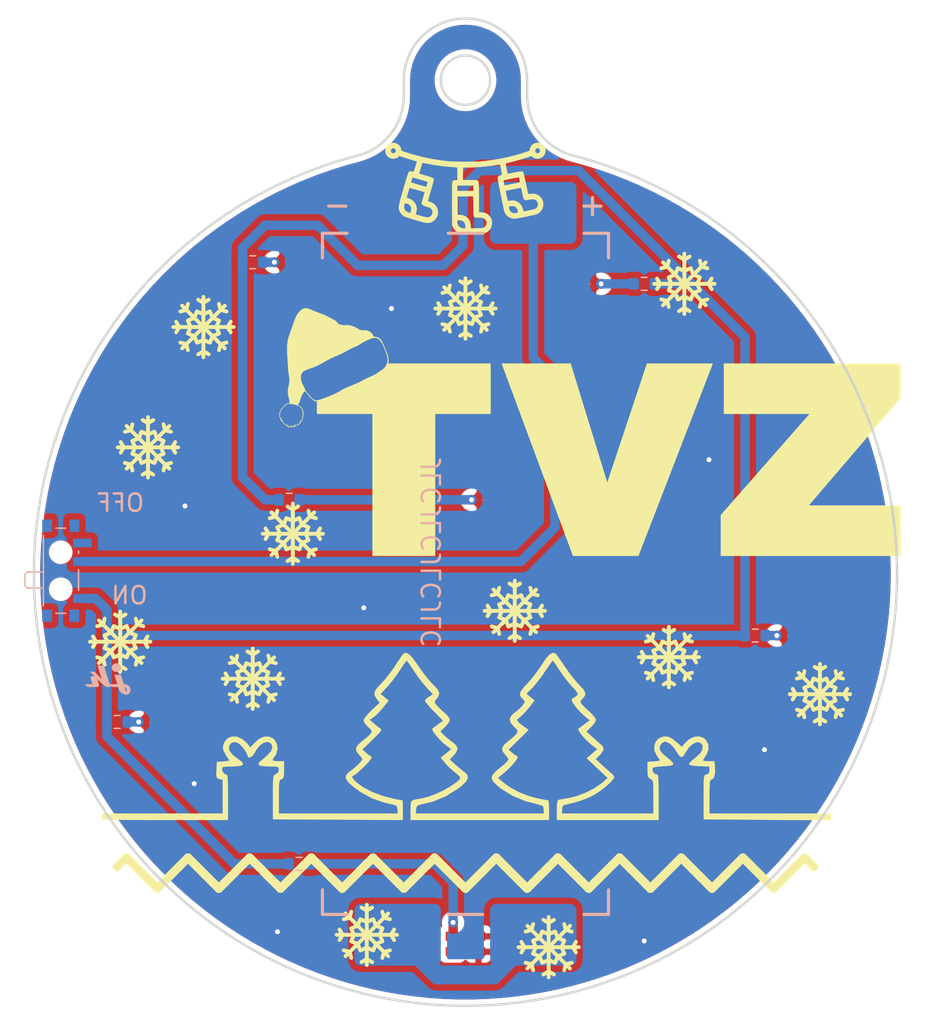
<source format=kicad_pcb>
(kicad_pcb (version 20211014) (generator pcbnew)
  (layers (0 "F.Cu" signal) (31 "B.Cu" signal) (34 "B.Paste" user) (35 "F.Paste" user) (36 "B.SilkS" user "B.Silkscreen") (37 "F.SilkS" user "F.Silkscreen") (38 "B.Mask" user) (39 "F.Mask" user) (44 "Edge.Cuts" user))
  (net 0 "")
  (net 1 "Net-(R2-Pad1)")
  (net 3 "VCC")
  (net 4 "GND")
  (net 5 "Net-(D2-Pad1)")
  (net 6 "Net-(D3-Pad1)")
  (net 7 "Net-(D5-Pad1)")
  (net 8 "Net-(D7-Pad1)")
  (net 9 "Net-(D8-Pad1)")
  (net 10 "Net-(D11-Pad1)")
  (net 11 "unconnected-(BT1-Pad2)")
  (footprint "TVZ_kuglica:ukras3" (layer "F.Cu") (at 137 68.75)
    (fp_text reference "G***" hide)
    (fp_text value "LOGO" hide)
  )
  (footprint "TVZ_kuglica:LED-0807" (layer "F.Cu") (at 146 76.5 180)
    (fp_text reference "D3" hide)
    (fp_text value "RGB")
    (pad "1" smd rect locked (at -1.05 -0.625 180) (size 1.1 0.75) (layers "F.Cu" "F.Paste" "F.Mask") (net 6 "Net-(D3-Pad1)"))
    (pad "1" smd rect locked (at -1.05 0.625 180) (size 1.1 0.75) (layers "F.Cu" "F.Paste" "F.Mask") (net 6 "Net-(D3-Pad1)"))
    (pad "2" smd rect locked (at 1.05 0.625 180) (size 1.1 0.75) (layers "F.Cu" "F.Paste" "F.Mask") (net 4 "GND"))
    (pad "2" smd rect locked (at 1.05 -0.625 180) (size 1.1 0.75) (layers "F.Cu" "F.Paste" "F.Mask") (net 4 "GND"))
  )
  (footprint "TVZ_kuglica:LED-0807" (layer "F.Cu") (at 112.5 112)
    (fp_text reference "D5" hide)
    (fp_text value "RGB")
    (pad "1" smd rect locked (at -1.05 -0.625) (size 1.1 0.75) (layers "F.Cu" "F.Paste" "F.Mask") (net 7 "Net-(D5-Pad1)"))
    (pad "1" smd rect locked (at -1.05 0.625) (size 1.1 0.75) (layers "F.Cu" "F.Paste" "F.Mask") (net 7 "Net-(D5-Pad1)"))
    (pad "2" smd rect locked (at 1.05 -0.625) (size 1.1 0.75) (layers "F.Cu" "F.Paste" "F.Mask") (net 4 "GND"))
    (pad "2" smd rect locked (at 1.05 0.625) (size 1.1 0.75) (layers "F.Cu" "F.Paste" "F.Mask") (net 4 "GND"))
  )
  (footprint "TVZ_kuglica:LED-0807" (layer "F.Cu") (at 164.25 105)
    (fp_text reference "D8" hide)
    (fp_text value "RGB")
    (pad "1" smd rect locked (at -1.05 0.625) (size 1.1 0.75) (layers "F.Cu" "F.Paste" "F.Mask") (net 9 "Net-(D8-Pad1)"))
    (pad "1" smd rect locked (at -1.05 -0.625) (size 1.1 0.75) (layers "F.Cu" "F.Paste" "F.Mask") (net 9 "Net-(D8-Pad1)"))
    (pad "2" smd rect locked (at 1.05 -0.625) (size 1.1 0.75) (layers "F.Cu" "F.Paste" "F.Mask") (net 4 "GND"))
    (pad "2" smd rect locked (at 1.05 0.625) (size 1.1 0.75) (layers "F.Cu" "F.Paste" "F.Mask") (net 4 "GND"))
  )
  (footprint "TVZ_kuglica:ukras1" (layer "F.Cu") (at 153.5 106.75)
    (fp_text reference "G***" hide)
    (fp_text value "LOGO" hide)
  )
  (footprint "TVZ_kuglica:LED-0807" (layer "F.Cu") (at 123.5 74.75)
    (fp_text reference "D2" hide)
    (fp_text value "RGB")
    (pad "1" smd rect locked (at -1.05 0.625) (size 1.1 0.75) (layers "F.Cu" "F.Paste" "F.Mask") (net 5 "Net-(D2-Pad1)"))
    (pad "1" smd rect locked (at -1.05 -0.625) (size 1.1 0.75) (layers "F.Cu" "F.Paste" "F.Mask") (net 5 "Net-(D2-Pad1)"))
    (pad "2" smd rect locked (at 1.05 -0.625) (size 1.1 0.75) (layers "F.Cu" "F.Paste" "F.Mask") (net 4 "GND"))
    (pad "2" smd rect locked (at 1.05 0.625) (size 1.1 0.75) (layers "F.Cu" "F.Paste" "F.Mask") (net 4 "GND"))
  )
  (footprint "TVZ_kuglica:test1" (layer "F.Cu") (at 137 112.75)
    (fp_text reference "G***" hide)
    (fp_text value "LOGO" hide)
  )
  (footprint "TVZ_kuglica:ukras1" (layer "F.Cu") (at 109 105.5)
    (fp_text reference "G***" hide)
    (fp_text value "LOGO" hide)
  )
  (footprint "TVZ_kuglica:LED-0807" (layer "F.Cu") (at 137 130)
    (fp_text reference "D7" hide)
    (fp_text value "RGB")
    (pad "1" smd rect locked (at -1.05 -0.625) (size 1.1 0.75) (layers "F.Cu" "F.Paste" "F.Mask") (net 8 "Net-(D7-Pad1)"))
    (pad "1" smd rect locked (at -1.05 0.625) (size 1.1 0.75) (layers "F.Cu" "F.Paste" "F.Mask") (net 8 "Net-(D7-Pad1)"))
    (pad "2" smd rect locked (at 1.05 0.625) (size 1.1 0.75) (layers "F.Cu" "F.Paste" "F.Mask") (net 4 "GND"))
    (pad "2" smd rect locked (at 1.05 -0.625) (size 1.1 0.75) (layers "F.Cu" "F.Paste" "F.Mask") (net 4 "GND"))
  )
  (footprint "TVZ_kuglica:ukras1" (layer "F.Cu") (at 143.75 130.25)
    (fp_text reference "G***" hide)
    (fp_text value "LOGO" hide)
  )
  (footprint "TVZ_kuglica:ukras1" (layer "F.Cu") (at 165.75 109.75)
    (fp_text reference "G***" hide)
    (fp_text value "LOGO" hide)
  )
  (footprint "TVZ_kuglica:LED-0807" (layer "F.Cu") (at 139.5 94)
    (fp_text reference "D11" hide)
    (fp_text value "RGB")
    (pad "1" smd rect locked (at -1.05 -0.625) (size 1.1 0.75) (layers "F.Cu" "F.Paste" "F.Mask") (net 10 "Net-(D11-Pad1)"))
    (pad "1" smd rect locked (at -1.05 0.625) (size 1.1 0.75) (layers "F.Cu" "F.Paste" "F.Mask") (net 10 "Net-(D11-Pad1)"))
    (pad "2" smd rect locked (at 1.05 0.625) (size 1.1 0.75) (layers "F.Cu" "F.Paste" "F.Mask") (net 4 "GND"))
    (pad "2" smd rect locked (at 1.05 -0.625) (size 1.1 0.75) (layers "F.Cu" "F.Paste" "F.Mask") (net 4 "GND"))
  )
  (footprint "TVZ_kuglica:ukras1" (layer "F.Cu") (at 154.75 76.5)
    (fp_text reference "G***" hide)
    (fp_text value "LOGO" hide)
  )
  (footprint "TVZ_kuglica:ukras1" (layer "F.Cu") (at 115.75 80)
    (fp_text reference "G***" hide)
    (fp_text value "LOGO" hide)
  )
  (footprint "TVZ_kuglica:kapa_1" (layer "F.Cu") (at 125.25 82.5 25)
    (fp_text reference "G***" hide)
    (fp_text value "LOGO" hide)
  )
  (footprint "TVZ_kuglica:ukras1" (layer "F.Cu") (at 137 78.5)
    (fp_text reference "G***" hide)
    (fp_text value "LOGO" hide)
  )
  (footprint "TVZ_kuglica:ukras1" (layer "F.Cu") (at 123 96.75)
    (fp_text reference "G***" hide)
    (fp_text value "LOGO" hide)
  )
  (footprint "TVZ_kuglica:ukras1" (layer "F.Cu") (at 141 103)
    (fp_text reference "G***" hide)
    (fp_text value "LOGO" hide)
  )
  (footprint "TVZ_kuglica:ukras1" (layer "F.Cu") (at 129 129.25)
    (fp_text reference "G***" hide)
    (fp_text value "LOGO" hide)
  )
  (footprint "TVZ_kuglica:ukras1" (layer "F.Cu") (at 119.75 108.5)
    (fp_text reference "G***" hide)
    (fp_text value "LOGO" hide)
  )
  (footprint "TVZ_kuglica:ukras1" (layer "F.Cu") (at 111.25 89.75)
    (fp_text reference "G***" hide)
    (fp_text value "LOGO" hide)
  )
  (footprint "Button_Switch_SMD:SW_SPDT_PCM12" (layer "B.Cu") (at 104.5 99.75 90)
    (fp_text reference "SW1" hide)
    (fp_text value "SW_SPDT")
    (pad "" np_thru_hole circle locked (at 1.5 -0.33 90) (size 0.9 0.9) (drill 0.9) (layers *.Cu *.Mask))
    (pad "" np_thru_hole circle locked (at -1.5 -0.33 90) (size 0.9 0.9) (drill 0.9) (layers *.Cu *.Mask))
    (pad "" smd rect locked (at -3.65 0.78 90) (size 1 0.8) (layers "B.Cu" "B.Paste" "B.Mask"))
    (pad "" smd rect locked (at 3.65 0.78 90) (size 1 0.8) (layers "B.Cu" "B.Paste" "B.Mask"))
    (pad "" smd rect locked (at 3.65 -1.43 90) (size 1 0.8) (layers "B.Cu" "B.Paste" "B.Mask"))
    (pad "" smd rect locked (at -3.65 -1.43 90) (size 1 0.8) (layers "B.Cu" "B.Paste" "B.Mask"))
    (pad "1" smd rect locked (at -2.25 1.43 90) (size 0.7 1.5) (layers "B.Cu" "B.Paste" "B.Mask") (net 1 "Net-(R2-Pad1)"))
    (pad "2" smd rect locked (at 0.75 1.43 90) (size 0.7 1.5) (layers "B.Cu" "B.Paste" "B.Mask") (net 3 "VCC"))
    (pad "3" smd rect locked (at 2.25 1.43 90) (size 0.7 1.5) (layers "B.Cu" "B.Paste" "B.Mask"))
  )
  (footprint "TVZ_kuglica:logo" (layer "B.Cu") (at 107.95 108.45 180)
    (fp_text reference "G***" hide)
    (fp_text value "LOGO" hide)
  )
  (footprint "Resistor_SMD:R_0603_1608Metric" (layer "B.Cu") (at 119.75 74.75)
    (fp_text reference "R2" hide)
    (fp_text value "2k")
    (pad "1" smd roundrect locked (at -0.825 0) (size 0.8 0.95) (layers "B.Cu" "B.Paste" "B.Mask") (net 1 "Net-(R2-Pad1)"))
    (pad "2" smd roundrect locked (at 0.825 0) (size 0.8 0.95) (layers "B.Cu" "B.Paste" "B.Mask") (net 5 "Net-(D2-Pad1)"))
  )
  (footprint "Resistor_SMD:R_0603_1608Metric" (layer "B.Cu") (at 151.5 76.5 180)
    (fp_text reference "R3" hide)
    (fp_text value "2k")
    (pad "1" smd roundrect locked (at -0.825 0 180) (size 0.8 0.95) (layers "B.Cu" "B.Paste" "B.Mask") (net 1 "Net-(R2-Pad1)"))
    (pad "2" smd roundrect locked (at 0.825 0 180) (size 0.8 0.95) (layers "B.Cu" "B.Paste" "B.Mask") (net 6 "Net-(D3-Pad1)"))
  )
  (footprint "Resistor_SMD:R_0603_1608Metric" (layer "B.Cu") (at 108.75 112)
    (fp_text reference "R5" hide)
    (fp_text value "2k")
    (pad "1" smd roundrect locked (at -0.825 0) (size 0.8 0.95) (layers "B.Cu" "B.Paste" "B.Mask") (net 1 "Net-(R2-Pad1)"))
    (pad "2" smd roundrect locked (at 0.825 0) (size 0.8 0.95) (layers "B.Cu" "B.Paste" "B.Mask") (net 7 "Net-(D5-Pad1)"))
  )
  (footprint "Resistor_SMD:R_0603_1608Metric" (layer "B.Cu") (at 123.5 123.5)
    (fp_text reference "R6" hide)
    (fp_text value "2k")
    (pad "1" smd roundrect locked (at -0.825 0) (size 0.8 0.95) (layers "B.Cu" "B.Paste" "B.Mask") (net 1 "Net-(R2-Pad1)"))
    (pad "2" smd roundrect locked (at 0.825 0) (size 0.8 0.95) (layers "B.Cu" "B.Paste" "B.Mask") (net 8 "Net-(D7-Pad1)"))
  )
  (footprint "Resistor_SMD:R_0603_1608Metric" (layer "B.Cu") (at 160.5 105)
    (fp_text reference "R7" hide)
    (fp_text value "2k")
    (pad "1" smd roundrect locked (at -0.825 0) (size 0.8 0.95) (layers "B.Cu" "B.Paste" "B.Mask") (net 1 "Net-(R2-Pad1)"))
    (pad "2" smd roundrect locked (at 0.825 0) (size 0.8 0.95) (layers "B.Cu" "B.Paste" "B.Mask") (net 9 "Net-(D8-Pad1)"))
  )
  (footprint "Resistor_SMD:R_0603_1608Metric" (layer "B.Cu") (at 122.7 94)
    (fp_text reference "R8" hide)
    (fp_text value "2k")
    (pad "1" smd roundrect locked (at -0.825 0) (size 0.8 0.95) (layers "B.Cu" "B.Paste" "B.Mask") (net 1 "Net-(R2-Pad1)"))
    (pad "2" smd roundrect locked (at 0.825 0) (size 0.8 0.95) (layers "B.Cu" "B.Paste" "B.Mask") (net 10 "Net-(D11-Pad1)"))
  )
  (footprint "TVZ_kuglica:2xAAA-422-SMT" (layer "B.Cu") (at 137 100 180)
    (fp_text reference "BT1" hide)
    (fp_text value "Battery")
    (pad "1" smd roundrect (at -5.5 29.25 180) (size 7 5) (layers "B.Cu" "B.Paste" "B.Mask") (roundrect_rratio 0.1) (net 3 "VCC"))
    (pad "2" smd roundrect (at 5.5 -29.25 180) (size 7 5) (layers "B.Cu" "B.Paste" "B.Mask") (roundrect_rratio 0.1) (net 11 "unconnected-(BT1-Pad2)"))
    (pad "2" smd roundrect (at -5.5 -29.25 180) (size 7 5) (layers "B.Cu" "B.Paste" "B.Mask") (roundrect_rratio 0.1) (net 11 "unconnected-(BT1-Pad2)"))
    (pad "3" smd roundrect (at 5.5 29.25 180) (size 7 5) (layers "B.Cu" "B.Paste" "B.Mask") (roundrect_rratio 0.1) (net 4 "GND"))
  )
  (gr_line (start 144.5 123) (end 142 125.5) (layer "F.SilkS") (width 0.7))
  (gr_line (start 122 125.5) (end 119.5 123) (layer "F.SilkS") (width 0.7))
  (gr_line (start 142 125.5) (end 139.5 123) (layer "F.SilkS") (width 0.7))
  (gr_line (start 127 125.5) (end 124.5 123) (layer "F.SilkS") (width 0.7))
  (gr_line (start 114.5 123) (end 112 125.5) (layer "F.SilkS") (width 0.7))
  (gr_line (start 157 125.5) (end 154.5 123) (layer "F.SilkS") (width 0.7))
  (gr_line (start 139.5 123) (end 137 125.5) (layer "F.SilkS") (width 0.7))
  (gr_line (start 154.5 123) (end 152 125.5) (layer "F.SilkS") (width 0.7))
  (gr_line (start 164.5 123) (end 162 125.5) (layer "F.SilkS") (width 0.7))
  (gr_line (start 134.5 123) (end 132 125.5) (layer "F.SilkS") (width 0.7))
  (gr_line (start 159.5 123) (end 157 125.5) (layer "F.SilkS") (width 0.7))
  (gr_line (start 129.5 123) (end 127 125.5) (layer "F.SilkS") (width 0.7))
  (gr_line (start 124.5 123) (end 122 125.5) (layer "F.SilkS") (width 0.7))
  (gr_line (start 132 125.5) (end 129.5 123) (layer "F.SilkS") (width 0.7))
  (gr_line (start 162 125.5) (end 159.5 123) (layer "F.SilkS") (width 0.7))
  (gr_line (start 147 125.5) (end 144.5 123) (layer "F.SilkS") (width 0.7))
  (gr_line (start 149.5 123) (end 147 125.5) (layer "F.SilkS") (width 0.7))
  (gr_line (start 165.25 123.75) (end 164.5 123) (layer "F.SilkS") (width 0.7))
  (gr_line (start 109.5 123) (end 108.75 123.75) (layer "F.SilkS") (width 0.7))
  (gr_line (start 112 125.5) (end 109.5 123) (layer "F.SilkS") (width 0.7))
  (gr_line (start 137 125.5) (end 134.5 123) (layer "F.SilkS") (width 0.7))
  (gr_line (start 117 125.5) (end 114.5 123) (layer "F.SilkS") (width 0.7))
  (gr_line (start 119.5 123) (end 117 125.5) (layer "F.SilkS") (width 0.7))
  (gr_line (start 152 125.5) (end 149.5 123) (layer "F.SilkS") (width 0.7))
  (gr_poly (pts (xy 111.05 119.95) (xy 107.53 119.93) (xy 107.525 119.41) (xy 111.035 119.41)) (layer "F.SilkS") (width 0.001) (fill solid))
  (gr_poly (pts (xy 148.5 92.75) (xy 151.75 83) (xy 157 83) (xy 151 98.5) (xy 145.75 98.5) (xy 140 83) (xy 145.5 83)) (layer "F.SilkS") (width 0.1) (fill solid))
  (gr_poly (pts (xy 139 87) (xy 134.5 87) (xy 134.5 98.5) (xy 129.5 98.5) (xy 129.5 87) (xy 125 87) (xy 125 86) (xy 125.83 85.74) (xy 126.66 85.36) (xy 127.28 85.02) (xy 128.62 84.43) (xy 129.94 83.77) (xy 130.55 83.31) (xy 130.75 83) (xy 139 83)) (layer "F.SilkS") (width 0.1) (fill solid))
  (gr_poly (pts (xy 166.66 119.97) (xy 163.14 119.95) (xy 163.13 119.42) (xy 166.64 119.42)) (layer "F.SilkS") (width 0.01) (fill solid))
  (gr_poly (pts (xy 172.25 85.75) (xy 164.75 94.5) (xy 172.25 94.5) (xy 172.25 98.5) (xy 157.75 98.5) (xy 157.75 95.25) (xy 165 87) (xy 158 87) (xy 158 83) (xy 172.25 83)) (layer "F.SilkS") (width 0.1) (fill solid))
  (gr_arc (start 132 60) (mid 137 55) (end 142 60) (layer "Edge.Cuts") (width 0.2))
  (gr_arc (start 145.75 66.111396) (mid 143.047153 64.332029) (end 142 61.270167) (layer "Edge.Cuts") (width 0.2))
  (gr_arc (start 131.999999 61.270167) (mid 130.952846 64.332029) (end 128.249999 66.111396) (layer "Edge.Cuts") (width 0.2))
  (gr_line (start 142 60) (end 142 61.270167) (layer "Edge.Cuts") (width 0.2))
  (gr_arc (start 145.749999 66.111395) (mid 137.000003 135) (end 128.249999 66.111396) (layer "Edge.Cuts") (width 0.2))
  (gr_line (start 132 61.270167) (end 132 60) (layer "Edge.Cuts") (width 0.2))
  (gr_circle (center 137 60) (end 139 60) (layer "Edge.Cuts") (width 0.2) (fill none))
  (gr_text "OFF" (at 109 94.25) (layer "B.SilkS") (effects (font (size 1.4 1.4) (thickness 0.2)) (justify mirror)))
  (gr_text "ON" (at 109.75 101.75) (layer "B.SilkS") (effects (font (size 1.4 1.4) (thickness 0.2)) (justify mirror)))
  (gr_text "JLCJLCJLCJLC" (at 134.25 98.25 90) (layer "B.SilkS") (effects (font (size 1.5 1.5) (thickness 0.2)) (justify mirror)))
  (segment (start 118.925 74.75) (end 118.925 92.175) (width 0.762) (layer "B.Cu") (net 1))
  (segment (start 135.2 75) (end 136.8 73.4) (width 0.762) (layer "B.Cu") (net 1))
  (segment (start 159.675 80.817107) (end 159.675 105) (width 0.762) (layer "B.Cu") (net 1))
  (segment (start 159.675 105) (end 108 105) (width 0.762) (layer "B.Cu") (net 1))
  (segment (start 122.675 123.5) (end 118.25 123.5) (width 0.762) (layer "B.Cu") (net 1))
  (segment (start 155.25 76.5) (end 155.303947 76.446053) (width 0.762) (layer "B.Cu") (net 1))
  (segment (start 107.925 112) (end 107.925 104.925) (width 0.762) (layer "B.Cu") (net 1))
  (segment (start 120.75 94) (end 121.875 94) (width 0.762) (layer "B.Cu") (net 1))
  (segment (start 107.925 112) (end 107.925 113.175) (width 0.762) (layer "B.Cu") (net 1))
  (segment (start 108 105) (end 107.925 104.925) (width 0.762) (layer "B.Cu") (net 1))
  (segment (start 118.925 92.175) (end 120.75 94) (width 0.762) (layer "B.Cu") (net 1))
  (segment (start 107 102) (end 105.93 102) (width 0.762) (layer "B.Cu") (net 1))
  (segment (start 107.925 113.175) (end 118.25 123.5) (width 0.762) (layer "B.Cu") (net 1))
  (segment (start 125 71.75) (end 128.25 75) (width 0.762) (layer "B.Cu") (net 1))
  (segment (start 136.8 68.7) (end 138.178947 67.321053) (width 0.762) (layer "B.Cu") (net 1))
  (segment (start 146.178947 67.321053) (end 155.303947 76.446053) (width 0.762) (layer "B.Cu") (net 1))
  (segment (start 118.925 74.75) (end 118.925 73.575) (width 0.762) (layer "B.Cu") (net 1))
  (segment (start 152.325 76.5) (end 155.25 76.5) (width 0.762) (layer "B.Cu") (net 1))
  (segment (start 128.25 75) (end 135.2 75) (width 0.762) (layer "B.Cu") (net 1))
  (segment (start 118.925 73.575) (end 120.75 71.75) (width 0.762) (layer "B.Cu") (net 1))
  (segment (start 155.303947 76.446053) (end 159.675 80.817107) (width 0.762) (layer "B.Cu") (net 1))
  (segment (start 136.8 73.4) (end 136.8 68.7) (width 0.762) (layer "B.Cu") (net 1))
  (segment (start 107.925 102.925) (end 107 102) (width 0.762) (layer "B.Cu") (net 1))
  (segment (start 138.178947 67.321053) (end 146.178947 67.321053) (width 0.762) (layer "B.Cu") (net 1))
  (segment (start 120.75 71.75) (end 125 71.75) (width 0.762) (layer "B.Cu") (net 1))
  (segment (start 107.925 104.925) (end 107.925 102.925) (width 0.762) (layer "B.Cu") (net 1))
  (segment (start 142.5 70.75) (end 142.5 82.5) (width 0.762) (layer "B.Cu") (net 3))
  (segment (start 141.5 99) (end 105.93 99) (width 0.762) (layer "B.Cu") (net 3))
  (segment (start 144.25 96.25) (end 141.5 99) (width 0.762) (layer "B.Cu") (net 3))
  (segment (start 142.5 82.5) (end 144.25 84.25) (width 0.762) (layer "B.Cu") (net 3))
  (segment (start 144.25 84.25) (end 144.25 96.25) (width 0.762) (layer "B.Cu") (net 3))
  (via (at 156.75 90.75) (size 0.8) (drill 0.4) (layers "F.Cu" "B.Cu") (net 4))
  (via (at 151.5 129.75) (size 0.8) (drill 0.4) (layers "F.Cu" "B.Cu") (net 4))
  (via (at 131 78.5) (size 0.8) (drill 0.4) (layers "F.Cu" "B.Cu") (net 4))
  (via (at 161.25 114.25) (size 0.8) (drill 0.4) (layers "F.Cu" "B.Cu") (net 4))
  (via (at 128.75 102.75) (size 0.8) (drill 0.4) (layers "F.Cu" "B.Cu") (net 4))
  (via (at 121.75 129) (size 0.8) (drill 0.4) (layers "F.Cu" "B.Cu") (net 4))
  (via (at 115 117) (size 0.8) (drill 0.4) (layers "F.Cu" "B.Cu") (net 4))
  (via (at 114.25 94.5) (size 0.8) (drill 0.4) (layers "F.Cu" "B.Cu") (net 4))
  (segment (start 121.825 74.75) (end 122.45 74.125) (width 0.762) (layer "F.Cu") (net 5))
  (segment (start 121.5 74.75) (end 121.825 74.75) (width 0.762) (layer "F.Cu") (net 5))
  (segment (start 121.825 74.75) (end 122.45 75.375) (width 0.762) (layer "F.Cu") (net 5))
  (via (at 121.5 74.75) (size 0.8) (drill 0.4) (layers "F.Cu" "B.Cu") (net 5))
  (segment (start 120.575 74.75) (end 121.5 74.75) (width 0.762) (layer "B.Cu") (net 5))
  (segment (start 147.675 76.5) (end 147.05 77.125) (width 0.762) (layer "F.Cu") (net 6))
  (segment (start 147.675 76.5) (end 147.05 75.875) (width 0.762) (layer "F.Cu") (net 6))
  (segment (start 148 76.5) (end 147.675 76.5) (width 0.762) (layer "F.Cu") (net 6))
  (via (at 148 76.5) (size 0.8) (drill 0.4) (layers "F.Cu" "B.Cu") (net 6))
  (segment (start 150.675 76.5) (end 148 76.5) (width 0.762) (layer "B.Cu") (net 6))
  (segment (start 110.825 112) (end 111.45 112.625) (width 0.762) (layer "F.Cu") (net 7))
  (segment (start 110.825 112) (end 111.45 111.375) (width 0.762) (layer "F.Cu") (net 7))
  (segment (start 110.5 112) (end 110.825 112) (width 0.762) (layer "F.Cu") (net 7))
  (via (at 110.5 112) (size 0.8) (drill 0.4) (layers "F.Cu" "B.Cu") (net 7))
  (segment (start 109.575 112) (end 110.5 112) (width 0.762) (layer "B.Cu") (net 7))
  (segment (start 135.95 130.625) (end 135.95 129.375) (width 0.762) (layer "F.Cu") (net 8))
  (segment (start 136 129.325) (end 135.95 129.375) (width 0.762) (layer "F.Cu") (net 8))
  (segment (start 136 128.25) (end 136 129.325) (width 0.762) (layer "F.Cu") (net 8))
  (via (at 136 128.25) (size 0.8) (drill 0.4) (layers "F.Cu" "B.Cu") (net 8))
  (segment (start 134.5 123.5) (end 136 125) (width 0.762) (layer "B.Cu") (net 8))
  (segment (start 124.325 123.5) (end 134.5 123.5) (width 0.762) (layer "B.Cu") (net 8))
  (segment (start 136 125) (end 136 128.25) (width 0.762) (layer "B.Cu") (net 8))
  (segment (start 162.25 105) (end 162.575 105) (width 0.762) (layer "F.Cu") (net 9))
  (segment (start 162.575 105) (end 163.2 105.625) (width 0.762) (layer "F.Cu") (net 9))
  (segment (start 162.575 105) (end 163.2 104.375) (width 0.762) (layer "F.Cu") (net 9))
  (via (at 162.25 105) (size 0.8) (drill 0.4) (layers "F.Cu" "B.Cu") (net 9))
  (segment (start 161.325 105) (end 162.25 105) (width 0.762) (layer "B.Cu") (net 9))
  (segment (start 137.825 94) (end 138.45 93.375) (width 0.762) (layer "F.Cu") (net 10))
  (segment (start 137.5 94) (end 137.825 94) (width 0.762) (layer "F.Cu") (net 10))
  (segment (start 137.825 94) (end 138.45 94.625) (width 0.762) (layer "F.Cu") (net 10))
  (via (at 137.5 94) (size 0.8) (drill 0.4) (layers "F.Cu" "B.Cu") (net 10))
  (segment (start 123.525 94) (end 137.5 94) (width 0.762) (layer "B.Cu") (net 10))
  (segment (start 131.5 129.25) (end 134.75 132.5) (width 1.524) (layer "B.Cu") (net 11))
  (segment (start 139.25 132.5) (end 142.5 129.25) (width 1.524) (layer "B.Cu") (net 11))
  (segment (start 134.75 132.5) (end 139.25 132.5) (width 1.524) (layer "B.Cu") (net 11))
  (zone (net 4) (net_name "GND") (layer "F.Cu") (connect_pads (clearance 0.508)) (min_thickness 0.254) (fill yes (thermal_gap 0.508) (thermal_bridge_width 0.508))
    (polygon (pts (xy 175.75 53.5) (xy 175.75 136.5) (xy 99.25 136.5) (xy 99.25 53.75)))
  )
  (zone (net 4) (net_name "GND") (layer "B.Cu") (connect_pads yes (clearance 0.508)) (min_thickness 0.254) (fill yes (thermal_gap 0.508) (thermal_bridge_width 0.508))
    (polygon (pts (xy 175.75 53.5) (xy 175.75 136.5) (xy 99.25 136.5) (xy 99.25 53.75)))
  )
)
</source>
